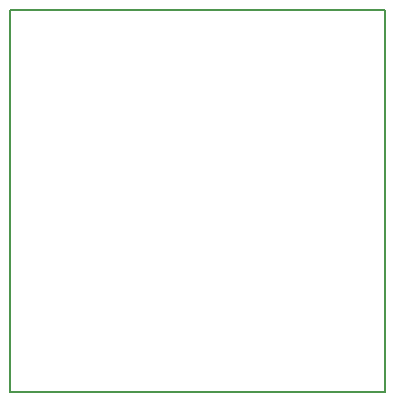
<source format=gbr>
G04 #@! TF.FileFunction,Profile,NP*
%FSLAX46Y46*%
G04 Gerber Fmt 4.6, Leading zero omitted, Abs format (unit mm)*
G04 Created by KiCad (PCBNEW 4.0.7) date *
%MOMM*%
%LPD*%
G01*
G04 APERTURE LIST*
%ADD10C,0.100000*%
%ADD11C,0.150000*%
G04 APERTURE END LIST*
D10*
D11*
X156210000Y-120650000D02*
X153670000Y-120650000D01*
X156210000Y-88265000D02*
X156210000Y-120650000D01*
X153670000Y-88265000D02*
X156210000Y-88265000D01*
X124460000Y-88265000D02*
X124460000Y-88900000D01*
X153670000Y-88265000D02*
X124460000Y-88265000D01*
X124460000Y-120650000D02*
X153670000Y-120650000D01*
X124460000Y-88900000D02*
X124460000Y-120650000D01*
M02*

</source>
